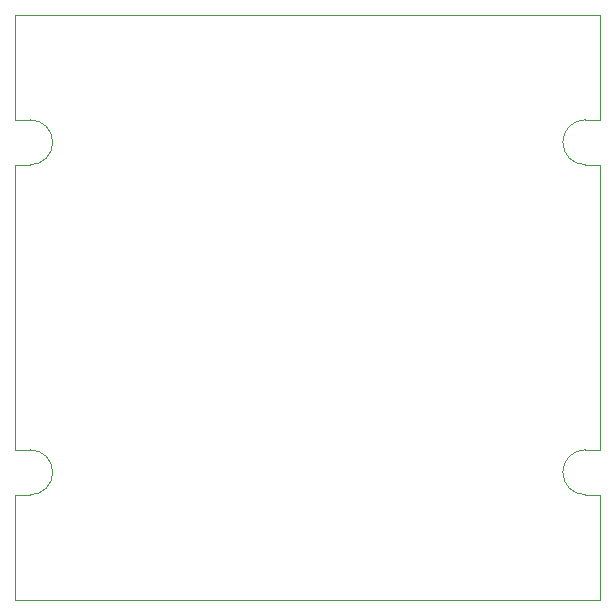
<source format=gbr>
G04 (created by PCBNEW (22-Jun-2014 BZR 4027)-stable) date Fri 07 Jul 2017 01:08:53 AM CDT*
%MOIN*%
G04 Gerber Fmt 3.4, Leading zero omitted, Abs format*
%FSLAX34Y34*%
G01*
G70*
G90*
G04 APERTURE LIST*
%ADD10C,0.00590551*%
%ADD11C,0.00393701*%
G04 APERTURE END LIST*
G54D10*
G54D11*
X68500Y-33000D02*
X69000Y-33000D01*
X68500Y-31500D02*
X69000Y-31500D01*
X67750Y-32250D02*
G75*
G03X68500Y-33000I750J0D01*
G74*
G01*
X68500Y-31500D02*
G75*
G03X67750Y-32250I0J-750D01*
G74*
G01*
X49500Y-22000D02*
X50000Y-22000D01*
X50000Y-20500D02*
X49500Y-20500D01*
X50000Y-31500D02*
X49500Y-31500D01*
X50000Y-33000D02*
X49500Y-33000D01*
X50000Y-33000D02*
G75*
G03X50750Y-32250I0J750D01*
G74*
G01*
X50750Y-32250D02*
G75*
G03X50000Y-31500I-750J0D01*
G74*
G01*
X50000Y-22000D02*
G75*
G03X50750Y-21250I0J750D01*
G74*
G01*
X50750Y-21250D02*
G75*
G03X50000Y-20500I-750J0D01*
G74*
G01*
X49500Y-20500D02*
X49500Y-17000D01*
X49500Y-31500D02*
X49500Y-22000D01*
X49500Y-36500D02*
X49500Y-33000D01*
X69000Y-33000D02*
X69000Y-36500D01*
X69000Y-22000D02*
X69000Y-31500D01*
X69000Y-20500D02*
X69000Y-17000D01*
X68500Y-22000D02*
X69000Y-22000D01*
X68500Y-20500D02*
X69000Y-20500D01*
X67750Y-21250D02*
G75*
G03X68500Y-22000I750J0D01*
G74*
G01*
X68500Y-20500D02*
G75*
G03X67750Y-21250I0J-750D01*
G74*
G01*
X69000Y-36500D02*
X49500Y-36500D01*
X49500Y-17000D02*
X69000Y-17000D01*
M02*

</source>
